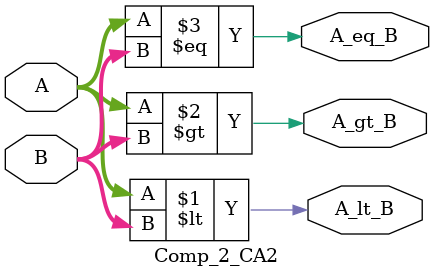
<source format=v>
module Comp_2_CA2 (
    output A_lt_B, A_gt_B, A_eq_B, 
    input [1:0] A, B
);
    assign A_lt_B =(A <  B);
    assign A_gt_B =(A >  B);
    assign A_eq_B =(A == B);
endmodule

</source>
